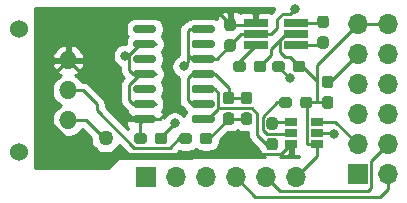
<source format=gbr>
%TF.GenerationSoftware,KiCad,Pcbnew,5.1.6-c6e7f7d~86~ubuntu18.04.1*%
%TF.CreationDate,2021-01-06T00:21:07-08:00*%
%TF.ProjectId,pmod_spdif,706d6f64-5f73-4706-9469-662e6b696361,rev?*%
%TF.SameCoordinates,Original*%
%TF.FileFunction,Copper,L1,Top*%
%TF.FilePolarity,Positive*%
%FSLAX46Y46*%
G04 Gerber Fmt 4.6, Leading zero omitted, Abs format (unit mm)*
G04 Created by KiCad (PCBNEW 5.1.6-c6e7f7d~86~ubuntu18.04.1) date 2021-01-06 00:21:07*
%MOMM*%
%LPD*%
G01*
G04 APERTURE LIST*
%TA.AperFunction,ComponentPad*%
%ADD10O,1.524000X1.524000*%
%TD*%
%TA.AperFunction,ComponentPad*%
%ADD11C,1.524000*%
%TD*%
%TA.AperFunction,SMDPad,CuDef*%
%ADD12R,2.000000X0.650000*%
%TD*%
%TA.AperFunction,ComponentPad*%
%ADD13O,1.700000X1.700000*%
%TD*%
%TA.AperFunction,ComponentPad*%
%ADD14R,1.700000X1.700000*%
%TD*%
%TA.AperFunction,SMDPad,CuDef*%
%ADD15R,1.060000X0.650000*%
%TD*%
%TA.AperFunction,ViaPad*%
%ADD16C,1.270000*%
%TD*%
%TA.AperFunction,ViaPad*%
%ADD17C,0.800000*%
%TD*%
%TA.AperFunction,Conductor*%
%ADD18C,0.250000*%
%TD*%
%TA.AperFunction,Conductor*%
%ADD19C,0.254000*%
%TD*%
G04 APERTURE END LIST*
%TO.P,C6,2*%
%TO.N,+3V3*%
%TA.AperFunction,SMDPad,CuDef*%
G36*
G01*
X158893500Y-60943000D02*
X159368500Y-60943000D01*
G75*
G02*
X159606000Y-61180500I0J-237500D01*
G01*
X159606000Y-61755500D01*
G75*
G02*
X159368500Y-61993000I-237500J0D01*
G01*
X158893500Y-61993000D01*
G75*
G02*
X158656000Y-61755500I0J237500D01*
G01*
X158656000Y-61180500D01*
G75*
G02*
X158893500Y-60943000I237500J0D01*
G01*
G37*
%TD.AperFunction*%
%TO.P,C6,1*%
%TO.N,GND*%
%TA.AperFunction,SMDPad,CuDef*%
G36*
G01*
X158893500Y-59193000D02*
X159368500Y-59193000D01*
G75*
G02*
X159606000Y-59430500I0J-237500D01*
G01*
X159606000Y-60005500D01*
G75*
G02*
X159368500Y-60243000I-237500J0D01*
G01*
X158893500Y-60243000D01*
G75*
G02*
X158656000Y-60005500I0J237500D01*
G01*
X158656000Y-59430500D01*
G75*
G02*
X158893500Y-59193000I237500J0D01*
G01*
G37*
%TD.AperFunction*%
%TD*%
D10*
%TO.P,U3,3*%
%TO.N,+5V*%
X137160000Y-57912000D03*
%TO.P,U3,2*%
%TO.N,Net-(R3-Pad1)*%
X137160000Y-60452000D03*
D11*
%TO.P,U3,5*%
%TO.N,N/C*%
X132980000Y-55252000D03*
%TO.P,U3,4*%
X132980000Y-65652000D03*
D10*
%TO.P,U3,1*%
X137160000Y-62992000D03*
%TD*%
D12*
%TO.P,U2,6*%
%TO.N,Net-(C3-Pad1)*%
X156464000Y-54742000D03*
%TO.P,U2,5*%
%TO.N,+3V3*%
X156464000Y-55692000D03*
%TO.P,U2,4*%
%TO.N,Net-(C3-Pad2)*%
X156464000Y-56642000D03*
%TO.P,U2,3*%
%TO.N,Net-(R1-Pad2)*%
X153044000Y-56642000D03*
%TO.P,U2,2*%
%TO.N,GND*%
X153044000Y-55692000D03*
%TO.P,U2,1*%
%TO.N,+5V*%
X153044000Y-54742000D03*
%TD*%
D13*
%TO.P,J2,6*%
%TO.N,+3V3*%
X156464000Y-67818000D03*
%TO.P,J2,5*%
%TO.N,/I2S_BCLK*%
X153924000Y-67818000D03*
%TO.P,J2,4*%
%TO.N,/I2S_MCLK*%
X151384000Y-67818000D03*
%TO.P,J2,3*%
%TO.N,/I2S_WS*%
X148844000Y-67818000D03*
%TO.P,J2,2*%
%TO.N,/I2S_SDO*%
X146304000Y-67818000D03*
D14*
%TO.P,J2,1*%
%TO.N,GND*%
X143764000Y-67818000D03*
%TD*%
D15*
%TO.P,U4,5*%
%TO.N,Net-(R4-Pad1)*%
X156042000Y-64074000D03*
%TO.P,U4,6*%
%TO.N,+5V*%
X156042000Y-65024000D03*
%TO.P,U4,4*%
%TO.N,/SPDIF5V*%
X156042000Y-63124000D03*
%TO.P,U4,3*%
%TO.N,/SPDIF*%
X158242000Y-63124000D03*
%TO.P,U4,2*%
%TO.N,GND*%
X158242000Y-64074000D03*
%TO.P,U4,1*%
%TO.N,+3V3*%
X158242000Y-65024000D03*
%TD*%
%TO.P,R5,2*%
%TO.N,/SPDIF5V*%
%TA.AperFunction,SMDPad,CuDef*%
G36*
G01*
X154669500Y-63771000D02*
X154194500Y-63771000D01*
G75*
G02*
X153957000Y-63533500I0J237500D01*
G01*
X153957000Y-62958500D01*
G75*
G02*
X154194500Y-62721000I237500J0D01*
G01*
X154669500Y-62721000D01*
G75*
G02*
X154907000Y-62958500I0J-237500D01*
G01*
X154907000Y-63533500D01*
G75*
G02*
X154669500Y-63771000I-237500J0D01*
G01*
G37*
%TD.AperFunction*%
%TO.P,R5,1*%
%TO.N,Net-(R5-Pad1)*%
%TA.AperFunction,SMDPad,CuDef*%
G36*
G01*
X154669500Y-65521000D02*
X154194500Y-65521000D01*
G75*
G02*
X153957000Y-65283500I0J237500D01*
G01*
X153957000Y-64708500D01*
G75*
G02*
X154194500Y-64471000I237500J0D01*
G01*
X154669500Y-64471000D01*
G75*
G02*
X154907000Y-64708500I0J-237500D01*
G01*
X154907000Y-65283500D01*
G75*
G02*
X154669500Y-65521000I-237500J0D01*
G01*
G37*
%TD.AperFunction*%
%TD*%
%TO.P,R4,2*%
%TO.N,+3V3*%
%TA.AperFunction,SMDPad,CuDef*%
G36*
G01*
X156800000Y-61705500D02*
X156800000Y-61230500D01*
G75*
G02*
X157037500Y-60993000I237500J0D01*
G01*
X157612500Y-60993000D01*
G75*
G02*
X157850000Y-61230500I0J-237500D01*
G01*
X157850000Y-61705500D01*
G75*
G02*
X157612500Y-61943000I-237500J0D01*
G01*
X157037500Y-61943000D01*
G75*
G02*
X156800000Y-61705500I0J237500D01*
G01*
G37*
%TD.AperFunction*%
%TO.P,R4,1*%
%TO.N,Net-(R4-Pad1)*%
%TA.AperFunction,SMDPad,CuDef*%
G36*
G01*
X155050000Y-61705500D02*
X155050000Y-61230500D01*
G75*
G02*
X155287500Y-60993000I237500J0D01*
G01*
X155862500Y-60993000D01*
G75*
G02*
X156100000Y-61230500I0J-237500D01*
G01*
X156100000Y-61705500D01*
G75*
G02*
X155862500Y-61943000I-237500J0D01*
G01*
X155287500Y-61943000D01*
G75*
G02*
X155050000Y-61705500I0J237500D01*
G01*
G37*
%TD.AperFunction*%
%TD*%
D13*
%TO.P,J1,12*%
%TO.N,+3V3*%
X164211000Y-54864000D03*
%TO.P,J1,6*%
X161671000Y-54864000D03*
%TO.P,J1,11*%
%TO.N,GND*%
X164211000Y-57404000D03*
%TO.P,J1,5*%
X161671000Y-57404000D03*
%TO.P,J1,10*%
%TO.N,/I2S_SDO*%
X164211000Y-59944000D03*
%TO.P,J1,4*%
%TO.N,N/C*%
X161671000Y-59944000D03*
%TO.P,J1,9*%
%TO.N,/I2S_WS*%
X164211000Y-62484000D03*
%TO.P,J1,3*%
%TO.N,N/C*%
X161671000Y-62484000D03*
%TO.P,J1,8*%
%TO.N,/I2S_BCLK*%
X164211000Y-65024000D03*
%TO.P,J1,2*%
%TO.N,/SPDIF*%
X161671000Y-65024000D03*
%TO.P,J1,7*%
%TO.N,/I2S_MCLK*%
X164211000Y-67564000D03*
D14*
%TO.P,J1,1*%
%TO.N,N/C*%
X161671000Y-67564000D03*
%TD*%
%TO.P,C5,2*%
%TO.N,GND*%
%TA.AperFunction,SMDPad,CuDef*%
G36*
G01*
X144509000Y-64753500D02*
X144509000Y-64278500D01*
G75*
G02*
X144746500Y-64041000I237500J0D01*
G01*
X145321500Y-64041000D01*
G75*
G02*
X145559000Y-64278500I0J-237500D01*
G01*
X145559000Y-64753500D01*
G75*
G02*
X145321500Y-64991000I-237500J0D01*
G01*
X144746500Y-64991000D01*
G75*
G02*
X144509000Y-64753500I0J237500D01*
G01*
G37*
%TD.AperFunction*%
%TO.P,C5,1*%
%TO.N,+5V*%
%TA.AperFunction,SMDPad,CuDef*%
G36*
G01*
X142759000Y-64753500D02*
X142759000Y-64278500D01*
G75*
G02*
X142996500Y-64041000I237500J0D01*
G01*
X143571500Y-64041000D01*
G75*
G02*
X143809000Y-64278500I0J-237500D01*
G01*
X143809000Y-64753500D01*
G75*
G02*
X143571500Y-64991000I-237500J0D01*
G01*
X142996500Y-64991000D01*
G75*
G02*
X142759000Y-64753500I0J237500D01*
G01*
G37*
%TD.AperFunction*%
%TD*%
%TO.P,U1,14*%
%TO.N,+5V*%
%TA.AperFunction,SMDPad,CuDef*%
G36*
G01*
X144615000Y-62715000D02*
X144615000Y-63015000D01*
G75*
G02*
X144465000Y-63165000I-150000J0D01*
G01*
X142815000Y-63165000D01*
G75*
G02*
X142665000Y-63015000I0J150000D01*
G01*
X142665000Y-62715000D01*
G75*
G02*
X142815000Y-62565000I150000J0D01*
G01*
X144465000Y-62565000D01*
G75*
G02*
X144615000Y-62715000I0J-150000D01*
G01*
G37*
%TD.AperFunction*%
%TO.P,U1,13*%
%TO.N,GND*%
%TA.AperFunction,SMDPad,CuDef*%
G36*
G01*
X144615000Y-61445000D02*
X144615000Y-61745000D01*
G75*
G02*
X144465000Y-61895000I-150000J0D01*
G01*
X142815000Y-61895000D01*
G75*
G02*
X142665000Y-61745000I0J150000D01*
G01*
X142665000Y-61445000D01*
G75*
G02*
X142815000Y-61295000I150000J0D01*
G01*
X144465000Y-61295000D01*
G75*
G02*
X144615000Y-61445000I0J-150000D01*
G01*
G37*
%TD.AperFunction*%
%TO.P,U1,12*%
%TO.N,N/C*%
%TA.AperFunction,SMDPad,CuDef*%
G36*
G01*
X144615000Y-60175000D02*
X144615000Y-60475000D01*
G75*
G02*
X144465000Y-60625000I-150000J0D01*
G01*
X142815000Y-60625000D01*
G75*
G02*
X142665000Y-60475000I0J150000D01*
G01*
X142665000Y-60175000D01*
G75*
G02*
X142815000Y-60025000I150000J0D01*
G01*
X144465000Y-60025000D01*
G75*
G02*
X144615000Y-60175000I0J-150000D01*
G01*
G37*
%TD.AperFunction*%
%TO.P,U1,11*%
%TO.N,GND*%
%TA.AperFunction,SMDPad,CuDef*%
G36*
G01*
X144615000Y-58905000D02*
X144615000Y-59205000D01*
G75*
G02*
X144465000Y-59355000I-150000J0D01*
G01*
X142815000Y-59355000D01*
G75*
G02*
X142665000Y-59205000I0J150000D01*
G01*
X142665000Y-58905000D01*
G75*
G02*
X142815000Y-58755000I150000J0D01*
G01*
X144465000Y-58755000D01*
G75*
G02*
X144615000Y-58905000I0J-150000D01*
G01*
G37*
%TD.AperFunction*%
%TO.P,U1,10*%
%TO.N,N/C*%
%TA.AperFunction,SMDPad,CuDef*%
G36*
G01*
X144615000Y-57635000D02*
X144615000Y-57935000D01*
G75*
G02*
X144465000Y-58085000I-150000J0D01*
G01*
X142815000Y-58085000D01*
G75*
G02*
X142665000Y-57935000I0J150000D01*
G01*
X142665000Y-57635000D01*
G75*
G02*
X142815000Y-57485000I150000J0D01*
G01*
X144465000Y-57485000D01*
G75*
G02*
X144615000Y-57635000I0J-150000D01*
G01*
G37*
%TD.AperFunction*%
%TO.P,U1,9*%
%TO.N,GND*%
%TA.AperFunction,SMDPad,CuDef*%
G36*
G01*
X144615000Y-56365000D02*
X144615000Y-56665000D01*
G75*
G02*
X144465000Y-56815000I-150000J0D01*
G01*
X142815000Y-56815000D01*
G75*
G02*
X142665000Y-56665000I0J150000D01*
G01*
X142665000Y-56365000D01*
G75*
G02*
X142815000Y-56215000I150000J0D01*
G01*
X144465000Y-56215000D01*
G75*
G02*
X144615000Y-56365000I0J-150000D01*
G01*
G37*
%TD.AperFunction*%
%TO.P,U1,8*%
%TO.N,N/C*%
%TA.AperFunction,SMDPad,CuDef*%
G36*
G01*
X144615000Y-55095000D02*
X144615000Y-55395000D01*
G75*
G02*
X144465000Y-55545000I-150000J0D01*
G01*
X142815000Y-55545000D01*
G75*
G02*
X142665000Y-55395000I0J150000D01*
G01*
X142665000Y-55095000D01*
G75*
G02*
X142815000Y-54945000I150000J0D01*
G01*
X144465000Y-54945000D01*
G75*
G02*
X144615000Y-55095000I0J-150000D01*
G01*
G37*
%TD.AperFunction*%
%TO.P,U1,7*%
%TO.N,GND*%
%TA.AperFunction,SMDPad,CuDef*%
G36*
G01*
X149565000Y-55095000D02*
X149565000Y-55395000D01*
G75*
G02*
X149415000Y-55545000I-150000J0D01*
G01*
X147765000Y-55545000D01*
G75*
G02*
X147615000Y-55395000I0J150000D01*
G01*
X147615000Y-55095000D01*
G75*
G02*
X147765000Y-54945000I150000J0D01*
G01*
X149415000Y-54945000D01*
G75*
G02*
X149565000Y-55095000I0J-150000D01*
G01*
G37*
%TD.AperFunction*%
%TO.P,U1,6*%
%TO.N,N/C*%
%TA.AperFunction,SMDPad,CuDef*%
G36*
G01*
X149565000Y-56365000D02*
X149565000Y-56665000D01*
G75*
G02*
X149415000Y-56815000I-150000J0D01*
G01*
X147765000Y-56815000D01*
G75*
G02*
X147615000Y-56665000I0J150000D01*
G01*
X147615000Y-56365000D01*
G75*
G02*
X147765000Y-56215000I150000J0D01*
G01*
X149415000Y-56215000D01*
G75*
G02*
X149565000Y-56365000I0J-150000D01*
G01*
G37*
%TD.AperFunction*%
%TO.P,U1,5*%
%TO.N,GND*%
%TA.AperFunction,SMDPad,CuDef*%
G36*
G01*
X149565000Y-57635000D02*
X149565000Y-57935000D01*
G75*
G02*
X149415000Y-58085000I-150000J0D01*
G01*
X147765000Y-58085000D01*
G75*
G02*
X147615000Y-57935000I0J150000D01*
G01*
X147615000Y-57635000D01*
G75*
G02*
X147765000Y-57485000I150000J0D01*
G01*
X149415000Y-57485000D01*
G75*
G02*
X149565000Y-57635000I0J-150000D01*
G01*
G37*
%TD.AperFunction*%
%TO.P,U1,4*%
%TO.N,Net-(C2-Pad1)*%
%TA.AperFunction,SMDPad,CuDef*%
G36*
G01*
X149565000Y-58905000D02*
X149565000Y-59205000D01*
G75*
G02*
X149415000Y-59355000I-150000J0D01*
G01*
X147765000Y-59355000D01*
G75*
G02*
X147615000Y-59205000I0J150000D01*
G01*
X147615000Y-58905000D01*
G75*
G02*
X147765000Y-58755000I150000J0D01*
G01*
X149415000Y-58755000D01*
G75*
G02*
X149565000Y-58905000I0J-150000D01*
G01*
G37*
%TD.AperFunction*%
%TO.P,U1,3*%
%TO.N,Net-(R5-Pad1)*%
%TA.AperFunction,SMDPad,CuDef*%
G36*
G01*
X149565000Y-60175000D02*
X149565000Y-60475000D01*
G75*
G02*
X149415000Y-60625000I-150000J0D01*
G01*
X147765000Y-60625000D01*
G75*
G02*
X147615000Y-60475000I0J150000D01*
G01*
X147615000Y-60175000D01*
G75*
G02*
X147765000Y-60025000I150000J0D01*
G01*
X149415000Y-60025000D01*
G75*
G02*
X149565000Y-60175000I0J-150000D01*
G01*
G37*
%TD.AperFunction*%
%TO.P,U1,2*%
%TO.N,Net-(C2-Pad1)*%
%TA.AperFunction,SMDPad,CuDef*%
G36*
G01*
X149565000Y-61445000D02*
X149565000Y-61745000D01*
G75*
G02*
X149415000Y-61895000I-150000J0D01*
G01*
X147765000Y-61895000D01*
G75*
G02*
X147615000Y-61745000I0J150000D01*
G01*
X147615000Y-61445000D01*
G75*
G02*
X147765000Y-61295000I150000J0D01*
G01*
X149415000Y-61295000D01*
G75*
G02*
X149565000Y-61445000I0J-150000D01*
G01*
G37*
%TD.AperFunction*%
%TO.P,U1,1*%
%TO.N,Net-(R5-Pad1)*%
%TA.AperFunction,SMDPad,CuDef*%
G36*
G01*
X149565000Y-62715000D02*
X149565000Y-63015000D01*
G75*
G02*
X149415000Y-63165000I-150000J0D01*
G01*
X147765000Y-63165000D01*
G75*
G02*
X147615000Y-63015000I0J150000D01*
G01*
X147615000Y-62715000D01*
G75*
G02*
X147765000Y-62565000I150000J0D01*
G01*
X149415000Y-62565000D01*
G75*
G02*
X149565000Y-62715000I0J-150000D01*
G01*
G37*
%TD.AperFunction*%
%TD*%
%TO.P,R3,2*%
%TO.N,Net-(C2-Pad2)*%
%TA.AperFunction,SMDPad,CuDef*%
G36*
G01*
X148319000Y-64753500D02*
X148319000Y-64278500D01*
G75*
G02*
X148556500Y-64041000I237500J0D01*
G01*
X149131500Y-64041000D01*
G75*
G02*
X149369000Y-64278500I0J-237500D01*
G01*
X149369000Y-64753500D01*
G75*
G02*
X149131500Y-64991000I-237500J0D01*
G01*
X148556500Y-64991000D01*
G75*
G02*
X148319000Y-64753500I0J237500D01*
G01*
G37*
%TD.AperFunction*%
%TO.P,R3,1*%
%TO.N,Net-(R3-Pad1)*%
%TA.AperFunction,SMDPad,CuDef*%
G36*
G01*
X146569000Y-64753500D02*
X146569000Y-64278500D01*
G75*
G02*
X146806500Y-64041000I237500J0D01*
G01*
X147381500Y-64041000D01*
G75*
G02*
X147619000Y-64278500I0J-237500D01*
G01*
X147619000Y-64753500D01*
G75*
G02*
X147381500Y-64991000I-237500J0D01*
G01*
X146806500Y-64991000D01*
G75*
G02*
X146569000Y-64753500I0J237500D01*
G01*
G37*
%TD.AperFunction*%
%TD*%
%TO.P,R2,2*%
%TO.N,Net-(C2-Pad1)*%
%TA.AperFunction,SMDPad,CuDef*%
G36*
G01*
X150986500Y-61612000D02*
X150511500Y-61612000D01*
G75*
G02*
X150274000Y-61374500I0J237500D01*
G01*
X150274000Y-60799500D01*
G75*
G02*
X150511500Y-60562000I237500J0D01*
G01*
X150986500Y-60562000D01*
G75*
G02*
X151224000Y-60799500I0J-237500D01*
G01*
X151224000Y-61374500D01*
G75*
G02*
X150986500Y-61612000I-237500J0D01*
G01*
G37*
%TD.AperFunction*%
%TO.P,R2,1*%
%TO.N,Net-(C2-Pad2)*%
%TA.AperFunction,SMDPad,CuDef*%
G36*
G01*
X150986500Y-63362000D02*
X150511500Y-63362000D01*
G75*
G02*
X150274000Y-63124500I0J237500D01*
G01*
X150274000Y-62549500D01*
G75*
G02*
X150511500Y-62312000I237500J0D01*
G01*
X150986500Y-62312000D01*
G75*
G02*
X151224000Y-62549500I0J-237500D01*
G01*
X151224000Y-63124500D01*
G75*
G02*
X150986500Y-63362000I-237500J0D01*
G01*
G37*
%TD.AperFunction*%
%TD*%
%TO.P,R1,2*%
%TO.N,Net-(R1-Pad2)*%
%TA.AperFunction,SMDPad,CuDef*%
G36*
G01*
X152191000Y-58182500D02*
X152191000Y-58657500D01*
G75*
G02*
X151953500Y-58895000I-237500J0D01*
G01*
X151378500Y-58895000D01*
G75*
G02*
X151141000Y-58657500I0J237500D01*
G01*
X151141000Y-58182500D01*
G75*
G02*
X151378500Y-57945000I237500J0D01*
G01*
X151953500Y-57945000D01*
G75*
G02*
X152191000Y-58182500I0J-237500D01*
G01*
G37*
%TD.AperFunction*%
%TO.P,R1,1*%
%TO.N,+3V3*%
%TA.AperFunction,SMDPad,CuDef*%
G36*
G01*
X153941000Y-58182500D02*
X153941000Y-58657500D01*
G75*
G02*
X153703500Y-58895000I-237500J0D01*
G01*
X153128500Y-58895000D01*
G75*
G02*
X152891000Y-58657500I0J237500D01*
G01*
X152891000Y-58182500D01*
G75*
G02*
X153128500Y-57945000I237500J0D01*
G01*
X153703500Y-57945000D01*
G75*
G02*
X153941000Y-58182500I0J-237500D01*
G01*
G37*
%TD.AperFunction*%
%TD*%
%TO.P,C4,2*%
%TO.N,GND*%
%TA.AperFunction,SMDPad,CuDef*%
G36*
G01*
X150638500Y-56117000D02*
X151113500Y-56117000D01*
G75*
G02*
X151351000Y-56354500I0J-237500D01*
G01*
X151351000Y-56929500D01*
G75*
G02*
X151113500Y-57167000I-237500J0D01*
G01*
X150638500Y-57167000D01*
G75*
G02*
X150401000Y-56929500I0J237500D01*
G01*
X150401000Y-56354500D01*
G75*
G02*
X150638500Y-56117000I237500J0D01*
G01*
G37*
%TD.AperFunction*%
%TO.P,C4,1*%
%TO.N,+5V*%
%TA.AperFunction,SMDPad,CuDef*%
G36*
G01*
X150638500Y-54367000D02*
X151113500Y-54367000D01*
G75*
G02*
X151351000Y-54604500I0J-237500D01*
G01*
X151351000Y-55179500D01*
G75*
G02*
X151113500Y-55417000I-237500J0D01*
G01*
X150638500Y-55417000D01*
G75*
G02*
X150401000Y-55179500I0J237500D01*
G01*
X150401000Y-54604500D01*
G75*
G02*
X150638500Y-54367000I237500J0D01*
G01*
G37*
%TD.AperFunction*%
%TD*%
%TO.P,C3,2*%
%TO.N,Net-(C3-Pad2)*%
%TA.AperFunction,SMDPad,CuDef*%
G36*
G01*
X158512500Y-55863000D02*
X158987500Y-55863000D01*
G75*
G02*
X159225000Y-56100500I0J-237500D01*
G01*
X159225000Y-56675500D01*
G75*
G02*
X158987500Y-56913000I-237500J0D01*
G01*
X158512500Y-56913000D01*
G75*
G02*
X158275000Y-56675500I0J237500D01*
G01*
X158275000Y-56100500D01*
G75*
G02*
X158512500Y-55863000I237500J0D01*
G01*
G37*
%TD.AperFunction*%
%TO.P,C3,1*%
%TO.N,Net-(C3-Pad1)*%
%TA.AperFunction,SMDPad,CuDef*%
G36*
G01*
X158512500Y-54113000D02*
X158987500Y-54113000D01*
G75*
G02*
X159225000Y-54350500I0J-237500D01*
G01*
X159225000Y-54925500D01*
G75*
G02*
X158987500Y-55163000I-237500J0D01*
G01*
X158512500Y-55163000D01*
G75*
G02*
X158275000Y-54925500I0J237500D01*
G01*
X158275000Y-54350500D01*
G75*
G02*
X158512500Y-54113000I237500J0D01*
G01*
G37*
%TD.AperFunction*%
%TD*%
%TO.P,C2,2*%
%TO.N,Net-(C2-Pad2)*%
%TA.AperFunction,SMDPad,CuDef*%
G36*
G01*
X152035500Y-62312000D02*
X152510500Y-62312000D01*
G75*
G02*
X152748000Y-62549500I0J-237500D01*
G01*
X152748000Y-63124500D01*
G75*
G02*
X152510500Y-63362000I-237500J0D01*
G01*
X152035500Y-63362000D01*
G75*
G02*
X151798000Y-63124500I0J237500D01*
G01*
X151798000Y-62549500D01*
G75*
G02*
X152035500Y-62312000I237500J0D01*
G01*
G37*
%TD.AperFunction*%
%TO.P,C2,1*%
%TO.N,Net-(C2-Pad1)*%
%TA.AperFunction,SMDPad,CuDef*%
G36*
G01*
X152035500Y-60562000D02*
X152510500Y-60562000D01*
G75*
G02*
X152748000Y-60799500I0J-237500D01*
G01*
X152748000Y-61374500D01*
G75*
G02*
X152510500Y-61612000I-237500J0D01*
G01*
X152035500Y-61612000D01*
G75*
G02*
X151798000Y-61374500I0J237500D01*
G01*
X151798000Y-60799500D01*
G75*
G02*
X152035500Y-60562000I237500J0D01*
G01*
G37*
%TD.AperFunction*%
%TD*%
%TO.P,C1,2*%
%TO.N,GND*%
%TA.AperFunction,SMDPad,CuDef*%
G36*
G01*
X155493000Y-58182500D02*
X155493000Y-58657500D01*
G75*
G02*
X155255500Y-58895000I-237500J0D01*
G01*
X154680500Y-58895000D01*
G75*
G02*
X154443000Y-58657500I0J237500D01*
G01*
X154443000Y-58182500D01*
G75*
G02*
X154680500Y-57945000I237500J0D01*
G01*
X155255500Y-57945000D01*
G75*
G02*
X155493000Y-58182500I0J-237500D01*
G01*
G37*
%TD.AperFunction*%
%TO.P,C1,1*%
%TO.N,+3V3*%
%TA.AperFunction,SMDPad,CuDef*%
G36*
G01*
X157243000Y-58182500D02*
X157243000Y-58657500D01*
G75*
G02*
X157005500Y-58895000I-237500J0D01*
G01*
X156430500Y-58895000D01*
G75*
G02*
X156193000Y-58657500I0J237500D01*
G01*
X156193000Y-58182500D01*
G75*
G02*
X156430500Y-57945000I237500J0D01*
G01*
X157005500Y-57945000D01*
G75*
G02*
X157243000Y-58182500I0J-237500D01*
G01*
G37*
%TD.AperFunction*%
%TD*%
D16*
%TO.N,*%
X140335000Y-64516000D03*
D17*
%TO.N,GND*%
X156337000Y-53594000D03*
X155956000Y-59436000D03*
X159639000Y-64135000D03*
X146177000Y-63246000D03*
X141986000Y-57531000D03*
X146939000Y-58420000D03*
D16*
%TO.N,+5V*%
X139192000Y-65786000D03*
%TD*%
D18*
%TO.N,*%
X137160000Y-62992000D02*
X138684000Y-62992000D01*
X138684000Y-62992000D02*
X140208000Y-64516000D01*
X140208000Y-64516000D02*
X140335000Y-64516000D01*
%TO.N,GND*%
X151826000Y-55692000D02*
X153044000Y-55692000D01*
X150876000Y-56642000D02*
X151826000Y-55692000D01*
X159385000Y-59690000D02*
X161671000Y-57404000D01*
X159385000Y-59718000D02*
X159385000Y-59690000D01*
X150815990Y-56702010D02*
X150876000Y-56642000D01*
X143640000Y-61595000D02*
X144615000Y-61595000D01*
X144615000Y-56515000D02*
X143640000Y-56515000D01*
X143640000Y-59055000D02*
X144615000Y-59055000D01*
X148590000Y-55245000D02*
X147615000Y-55245000D01*
X149733000Y-57785000D02*
X150876000Y-56642000D01*
X148590000Y-57785000D02*
X149733000Y-57785000D01*
X149565000Y-57785000D02*
X148590000Y-57785000D01*
X154874000Y-54421998D02*
X155320998Y-53975000D01*
X155956000Y-53975000D02*
X156337000Y-53594000D01*
X155320998Y-53975000D02*
X155956000Y-53975000D01*
X154361000Y-55692000D02*
X154874000Y-55179000D01*
X153044000Y-55692000D02*
X154361000Y-55692000D01*
X154874000Y-55179000D02*
X154874000Y-54421998D01*
X154968000Y-58448000D02*
X155956000Y-59436000D01*
X154968000Y-58420000D02*
X154968000Y-58448000D01*
X158242000Y-64074000D02*
X159578000Y-64074000D01*
X159578000Y-64074000D02*
X159639000Y-64135000D01*
X145034000Y-64389000D02*
X146177000Y-63246000D01*
X145034000Y-64516000D02*
X145034000Y-64389000D01*
X143263232Y-59055000D02*
X143640000Y-59055000D01*
X142339990Y-59978242D02*
X143263232Y-59055000D01*
X142339990Y-61269990D02*
X142339990Y-59978242D01*
X142665000Y-61595000D02*
X142339990Y-61269990D01*
X143640000Y-61595000D02*
X142665000Y-61595000D01*
X142339990Y-57438242D02*
X143263232Y-56515000D01*
X142339990Y-58729990D02*
X142339990Y-57438242D01*
X142665000Y-59055000D02*
X142339990Y-58729990D01*
X143263232Y-56515000D02*
X143640000Y-56515000D01*
X143640000Y-59055000D02*
X142665000Y-59055000D01*
X142078758Y-57438242D02*
X141986000Y-57531000D01*
X142339990Y-57438242D02*
X142078758Y-57438242D01*
X148590000Y-55245000D02*
X147447000Y-55245000D01*
X147615000Y-57785000D02*
X148590000Y-57785000D01*
X147289990Y-57459990D02*
X147615000Y-57785000D01*
X147447000Y-55245000D02*
X147289990Y-55402010D01*
X147289990Y-58069010D02*
X146939000Y-58420000D01*
X147289990Y-56611990D02*
X147289990Y-58069010D01*
X147289990Y-55402010D02*
X147289990Y-56611990D01*
X147289990Y-56611990D02*
X147289990Y-57459990D01*
%TO.N,+3V3*%
X155586508Y-55692000D02*
X156464000Y-55692000D01*
X154369001Y-57466999D02*
X154369001Y-56909507D01*
X153416000Y-58420000D02*
X154369001Y-57466999D01*
X155138999Y-56139509D02*
X154788254Y-56490254D01*
X154369001Y-56909507D02*
X154788254Y-56490254D01*
X161671000Y-54864000D02*
X164211000Y-54864000D01*
X155138999Y-56139509D02*
X155169254Y-56109254D01*
X155138999Y-57227001D02*
X155138999Y-56139509D01*
X155531988Y-57619990D02*
X155138999Y-57227001D01*
X155917990Y-57619990D02*
X155531988Y-57619990D01*
X155169254Y-56109254D02*
X155586508Y-55692000D01*
X156718000Y-58420000D02*
X155917990Y-57619990D01*
X154788254Y-56490254D02*
X155169254Y-56109254D01*
X158242000Y-66040000D02*
X156464000Y-67818000D01*
X158242000Y-65024000D02*
X158242000Y-66040000D01*
X158242000Y-59690000D02*
X156718000Y-58166000D01*
X158242000Y-61468000D02*
X158242000Y-59690000D01*
X158242000Y-58293000D02*
X158242000Y-59690000D01*
X161671000Y-54864000D02*
X158242000Y-58293000D01*
X157386999Y-64948999D02*
X157386999Y-61529999D01*
X157386999Y-61529999D02*
X157325000Y-61468000D01*
X157462000Y-65024000D02*
X157386999Y-64948999D01*
X158242000Y-65024000D02*
X157462000Y-65024000D01*
X157325000Y-61468000D02*
X158242000Y-61468000D01*
X158242000Y-61468000D02*
X159131000Y-61468000D01*
%TO.N,Net-(C2-Pad2)*%
X148844000Y-64516000D02*
X148971000Y-64516000D01*
X149070000Y-64516000D02*
X150749000Y-62837000D01*
X148844000Y-64516000D02*
X149070000Y-64516000D01*
X152273000Y-62837000D02*
X150749000Y-62837000D01*
%TO.N,Net-(C2-Pad1)*%
X147615000Y-59055000D02*
X148590000Y-59055000D01*
X147289990Y-59380010D02*
X147615000Y-59055000D01*
X147289990Y-61269990D02*
X147289990Y-59380010D01*
X147615000Y-61595000D02*
X147289990Y-61269990D01*
X148590000Y-61595000D02*
X147615000Y-61595000D01*
X150749000Y-60239000D02*
X150749000Y-61087000D01*
X149565000Y-59055000D02*
X150749000Y-60239000D01*
X148590000Y-59055000D02*
X149565000Y-59055000D01*
X150749000Y-61087000D02*
X152273000Y-61087000D01*
%TO.N,+5V*%
X152894000Y-54892000D02*
X153044000Y-54742000D01*
X150876000Y-54892000D02*
X152894000Y-54892000D01*
X137160000Y-57912000D02*
X135128000Y-59944000D01*
X155219990Y-65846010D02*
X156042000Y-65024000D01*
X138405248Y-65846010D02*
X155219990Y-65846010D01*
X135128000Y-62568762D02*
X137435119Y-64875881D01*
X135128000Y-59944000D02*
X135128000Y-62568762D01*
X137435119Y-64875881D02*
X138405248Y-65846010D01*
X150876000Y-54864000D02*
X149860000Y-53848000D01*
X150876000Y-54892000D02*
X150876000Y-54864000D01*
X149968990Y-53956990D02*
X149860000Y-53848000D01*
X143284000Y-63221000D02*
X143640000Y-62865000D01*
X143284000Y-64516000D02*
X143284000Y-63221000D01*
X141817500Y-62017500D02*
X140843000Y-61087000D01*
X142665000Y-62865000D02*
X141817500Y-62017500D01*
X143640000Y-62865000D02*
X142665000Y-62865000D01*
X149606000Y-53594000D02*
X149860000Y-53848000D01*
X140716000Y-55372000D02*
X142494000Y-53594000D01*
X140716000Y-58801000D02*
X140716000Y-55372000D01*
X139192000Y-58757000D02*
X140716000Y-58801000D01*
X138005000Y-58757000D02*
X139192000Y-58757000D01*
X137160000Y-57912000D02*
X138005000Y-58757000D01*
X145796000Y-59818232D02*
X145796000Y-53594000D01*
X145288000Y-60326232D02*
X145796000Y-59818232D01*
X145288000Y-62484000D02*
X145288000Y-60326232D01*
X143640000Y-62865000D02*
X144907000Y-62865000D01*
X144907000Y-62865000D02*
X145288000Y-62484000D01*
X145796000Y-53594000D02*
X149606000Y-53594000D01*
X142494000Y-53594000D02*
X145796000Y-53594000D01*
%TO.N,Net-(R4-Pad1)*%
X153631990Y-62725500D02*
X154889490Y-61468000D01*
X153631990Y-63766500D02*
X153631990Y-62725500D01*
X153961500Y-64096010D02*
X153631990Y-63766500D01*
X156019990Y-64096010D02*
X153961500Y-64096010D01*
X156042000Y-64074000D02*
X156019990Y-64096010D01*
X154889490Y-61468000D02*
X155956000Y-61468000D01*
%TO.N,/I2S_BCLK*%
X162527001Y-68993001D02*
X155099001Y-68993001D01*
X162846001Y-68674001D02*
X162527001Y-68993001D01*
X155099001Y-68993001D02*
X153924000Y-67818000D01*
X162846001Y-66388999D02*
X162846001Y-68674001D01*
X164211000Y-65024000D02*
X162846001Y-66388999D01*
%TO.N,/I2S_MCLK*%
X153009012Y-69443012D02*
X151702205Y-68136205D01*
X163534069Y-69443012D02*
X153009012Y-69443012D01*
X164211000Y-68766081D02*
X163534069Y-69443012D01*
X164211000Y-67564000D02*
X164211000Y-68766081D01*
%TO.N,/SPDIF*%
X161671000Y-65024000D02*
X159771000Y-63124000D01*
X159771000Y-63124000D02*
X158242000Y-63124000D01*
%TO.N,Net-(R5-Pad1)*%
X153957000Y-64996000D02*
X153181979Y-64220979D01*
X154432000Y-64996000D02*
X153957000Y-64996000D01*
X148966768Y-62865000D02*
X148590000Y-62865000D01*
X149816778Y-62014990D02*
X148966768Y-62865000D01*
X149565000Y-60325000D02*
X148590000Y-60325000D01*
X149890010Y-60650010D02*
X149565000Y-60325000D01*
X149890010Y-61941758D02*
X149890010Y-60650010D01*
X149816778Y-62014990D02*
X149890010Y-61941758D01*
X152698268Y-61941758D02*
X149890010Y-61941758D01*
X153181979Y-62425469D02*
X152698268Y-61941758D01*
X153181979Y-64220979D02*
X153181979Y-62425469D01*
%TO.N,Net-(C3-Pad2)*%
X156464000Y-56642000D02*
X158750000Y-56642000D01*
%TO.N,Net-(C3-Pad1)*%
X158600000Y-54742000D02*
X158750000Y-54892000D01*
X156464000Y-54742000D02*
X158600000Y-54742000D01*
%TO.N,Net-(R1-Pad2)*%
X151666000Y-58020000D02*
X153044000Y-56642000D01*
X151666000Y-58420000D02*
X151666000Y-58020000D01*
%TO.N,Net-(R3-Pad1)*%
X138407490Y-60452000D02*
X137160000Y-60452000D01*
X139573000Y-61617510D02*
X138407490Y-60452000D01*
X139573000Y-62125510D02*
X139573000Y-61617510D01*
X142763500Y-65316010D02*
X139573000Y-62125510D01*
X145785990Y-65316010D02*
X142763500Y-65316010D01*
X146586000Y-64516000D02*
X145785990Y-65316010D01*
X147094000Y-64516000D02*
X146586000Y-64516000D01*
%TO.N,/SPDIF5V*%
X154554000Y-63124000D02*
X154432000Y-63246000D01*
X156042000Y-63124000D02*
X154554000Y-63124000D01*
%TD*%
D19*
%TO.N,+5V*%
G36*
X154559000Y-53662197D02*
G01*
X154362998Y-53858199D01*
X154356142Y-53863825D01*
X154288180Y-53827498D01*
X154168482Y-53791188D01*
X154044000Y-53778928D01*
X153329750Y-53782000D01*
X153171000Y-53940750D01*
X153171000Y-54615000D01*
X153191000Y-54615000D01*
X153191000Y-54728928D01*
X152897000Y-54728928D01*
X152897000Y-54615000D01*
X152917000Y-54615000D01*
X152917000Y-53940750D01*
X152758250Y-53782000D01*
X152044000Y-53778928D01*
X151919518Y-53791188D01*
X151799820Y-53827498D01*
X151736083Y-53861567D01*
X151705494Y-53836463D01*
X151595180Y-53777498D01*
X151475482Y-53741188D01*
X151351000Y-53728928D01*
X151161750Y-53732000D01*
X151003000Y-53890750D01*
X151003000Y-54765000D01*
X151023000Y-54765000D01*
X151023000Y-55019000D01*
X151003000Y-55019000D01*
X151003000Y-55039000D01*
X150749000Y-55039000D01*
X150749000Y-55019000D01*
X150729000Y-55019000D01*
X150729000Y-54765000D01*
X150749000Y-54765000D01*
X150749000Y-53890750D01*
X150590250Y-53732000D01*
X150401000Y-53728928D01*
X150276518Y-53741188D01*
X150156820Y-53777498D01*
X150046506Y-53836463D01*
X149949815Y-53915815D01*
X149870463Y-54012506D01*
X149811498Y-54122820D01*
X149775188Y-54242518D01*
X149762928Y-54367000D01*
X149763247Y-54391859D01*
X149716582Y-54366916D01*
X149568745Y-54322071D01*
X149415000Y-54306928D01*
X147765000Y-54306928D01*
X147611255Y-54322071D01*
X147463418Y-54366916D01*
X147327171Y-54439742D01*
X147235528Y-54514952D01*
X147154753Y-54539454D01*
X147022724Y-54610026D01*
X146906999Y-54704999D01*
X146883196Y-54734003D01*
X146778993Y-54838206D01*
X146749989Y-54862009D01*
X146705832Y-54915815D01*
X146655016Y-54977734D01*
X146636430Y-55012506D01*
X146584444Y-55109764D01*
X146540987Y-55253025D01*
X146529990Y-55364678D01*
X146529990Y-55364688D01*
X146526314Y-55402010D01*
X146529990Y-55439333D01*
X146529991Y-56574648D01*
X146529990Y-56574658D01*
X146529990Y-57422668D01*
X146526314Y-57459990D01*
X146527324Y-57470246D01*
X146448744Y-57502795D01*
X146279226Y-57616063D01*
X146135063Y-57760226D01*
X146021795Y-57929744D01*
X145943774Y-58118102D01*
X145904000Y-58318061D01*
X145904000Y-58521939D01*
X145943774Y-58721898D01*
X146021795Y-58910256D01*
X146135063Y-59079774D01*
X146279226Y-59223937D01*
X146448744Y-59337205D01*
X146527324Y-59369754D01*
X146526314Y-59380010D01*
X146529991Y-59417342D01*
X146529990Y-61232667D01*
X146526314Y-61269990D01*
X146529990Y-61307312D01*
X146529990Y-61307322D01*
X146540987Y-61418975D01*
X146584285Y-61561711D01*
X146584444Y-61562236D01*
X146655016Y-61694266D01*
X146677756Y-61721974D01*
X146749989Y-61809991D01*
X146778993Y-61833794D01*
X147051196Y-62105997D01*
X147074999Y-62135001D01*
X147091350Y-62148420D01*
X147109742Y-62182829D01*
X147148454Y-62230000D01*
X147109742Y-62277171D01*
X147036916Y-62413418D01*
X146992071Y-62561255D01*
X146988497Y-62597540D01*
X146980937Y-62586226D01*
X146836774Y-62442063D01*
X146667256Y-62328795D01*
X146478898Y-62250774D01*
X146278939Y-62211000D01*
X146075061Y-62211000D01*
X145875102Y-62250774D01*
X145686744Y-62328795D01*
X145517226Y-62442063D01*
X145373063Y-62586226D01*
X145259795Y-62755744D01*
X145250000Y-62779391D01*
X145250000Y-62737998D01*
X145091252Y-62737998D01*
X145250000Y-62579250D01*
X145253072Y-62565000D01*
X145240812Y-62440518D01*
X145204502Y-62320820D01*
X145145537Y-62210506D01*
X145121270Y-62180936D01*
X145138650Y-62148420D01*
X145155001Y-62135001D01*
X145249974Y-62019276D01*
X145320546Y-61887247D01*
X145364003Y-61743986D01*
X145378677Y-61595000D01*
X145364003Y-61446014D01*
X145320546Y-61302753D01*
X145249974Y-61170724D01*
X145155001Y-61054999D01*
X145138650Y-61041580D01*
X145120258Y-61007171D01*
X145081546Y-60960000D01*
X145120258Y-60912829D01*
X145193084Y-60776582D01*
X145237929Y-60628745D01*
X145253072Y-60475000D01*
X145253072Y-60175000D01*
X145237929Y-60021255D01*
X145193084Y-59873418D01*
X145120258Y-59737171D01*
X145081546Y-59690000D01*
X145120258Y-59642829D01*
X145138650Y-59608420D01*
X145155001Y-59595001D01*
X145249974Y-59479276D01*
X145320546Y-59347247D01*
X145364003Y-59203986D01*
X145378677Y-59055000D01*
X145364003Y-58906014D01*
X145320546Y-58762753D01*
X145249974Y-58630724D01*
X145155001Y-58514999D01*
X145138650Y-58501580D01*
X145120258Y-58467171D01*
X145081546Y-58420000D01*
X145120258Y-58372829D01*
X145193084Y-58236582D01*
X145237929Y-58088745D01*
X145253072Y-57935000D01*
X145253072Y-57635000D01*
X145237929Y-57481255D01*
X145193084Y-57333418D01*
X145120258Y-57197171D01*
X145081546Y-57150000D01*
X145120258Y-57102829D01*
X145138650Y-57068420D01*
X145155001Y-57055001D01*
X145249974Y-56939276D01*
X145320546Y-56807247D01*
X145364003Y-56663986D01*
X145378677Y-56515000D01*
X145364003Y-56366014D01*
X145320546Y-56222753D01*
X145249974Y-56090724D01*
X145155001Y-55974999D01*
X145138650Y-55961580D01*
X145120258Y-55927171D01*
X145081546Y-55880000D01*
X145120258Y-55832829D01*
X145193084Y-55696582D01*
X145237929Y-55548745D01*
X145253072Y-55395000D01*
X145253072Y-55095000D01*
X145237929Y-54941255D01*
X145193084Y-54793418D01*
X145120258Y-54657171D01*
X145022251Y-54537749D01*
X144902829Y-54439742D01*
X144766582Y-54366916D01*
X144618745Y-54322071D01*
X144465000Y-54306928D01*
X142815000Y-54306928D01*
X142661255Y-54322071D01*
X142513418Y-54366916D01*
X142377171Y-54439742D01*
X142257749Y-54537749D01*
X142159742Y-54657171D01*
X142086916Y-54793418D01*
X142042071Y-54941255D01*
X142026928Y-55095000D01*
X142026928Y-55395000D01*
X142042071Y-55548745D01*
X142086916Y-55696582D01*
X142159742Y-55832829D01*
X142198454Y-55880000D01*
X142159742Y-55927171D01*
X142086916Y-56063418D01*
X142042071Y-56211255D01*
X142026928Y-56365000D01*
X142026928Y-56496000D01*
X141884061Y-56496000D01*
X141684102Y-56535774D01*
X141495744Y-56613795D01*
X141326226Y-56727063D01*
X141182063Y-56871226D01*
X141068795Y-57040744D01*
X140990774Y-57229102D01*
X140951000Y-57429061D01*
X140951000Y-57632939D01*
X140990774Y-57832898D01*
X141068795Y-58021256D01*
X141182063Y-58190774D01*
X141326226Y-58334937D01*
X141495744Y-58448205D01*
X141579990Y-58483101D01*
X141579990Y-58692667D01*
X141576314Y-58729990D01*
X141579990Y-58767312D01*
X141579990Y-58767322D01*
X141590987Y-58878975D01*
X141624059Y-58988001D01*
X141634444Y-59022236D01*
X141705016Y-59154266D01*
X141740090Y-59197003D01*
X141799989Y-59269991D01*
X141828993Y-59293794D01*
X141889315Y-59354116D01*
X141828988Y-59414443D01*
X141799990Y-59438241D01*
X141776192Y-59467239D01*
X141776191Y-59467240D01*
X141705016Y-59553966D01*
X141634444Y-59685996D01*
X141611632Y-59761201D01*
X141590988Y-59829256D01*
X141579991Y-59940909D01*
X141576314Y-59978242D01*
X141579991Y-60015574D01*
X141579990Y-61232667D01*
X141576314Y-61269990D01*
X141579990Y-61307312D01*
X141579990Y-61307322D01*
X141590987Y-61418975D01*
X141634285Y-61561711D01*
X141634444Y-61562236D01*
X141705016Y-61694266D01*
X141727756Y-61721974D01*
X141799989Y-61809991D01*
X141828993Y-61833794D01*
X142101196Y-62105997D01*
X142124999Y-62135001D01*
X142141350Y-62148420D01*
X142158730Y-62180936D01*
X142134463Y-62210506D01*
X142075498Y-62320820D01*
X142039188Y-62440518D01*
X142026928Y-62565000D01*
X142030000Y-62579250D01*
X142188750Y-62738000D01*
X143513000Y-62738000D01*
X143513000Y-62718000D01*
X143767000Y-62718000D01*
X143767000Y-62738000D01*
X143787000Y-62738000D01*
X143787000Y-62992000D01*
X143767000Y-62992000D01*
X143767000Y-63012000D01*
X143513000Y-63012000D01*
X143513000Y-62992000D01*
X142188750Y-62992000D01*
X142030000Y-63150750D01*
X142026928Y-63165000D01*
X142039188Y-63289482D01*
X142075498Y-63409180D01*
X142134463Y-63519494D01*
X142213815Y-63616185D01*
X142257053Y-63651669D01*
X142228463Y-63686506D01*
X142221613Y-63699321D01*
X140333000Y-61810709D01*
X140333000Y-61654832D01*
X140336676Y-61617509D01*
X140333000Y-61580186D01*
X140333000Y-61580177D01*
X140322003Y-61468524D01*
X140278546Y-61325263D01*
X140275206Y-61319014D01*
X140207974Y-61193233D01*
X140136799Y-61106507D01*
X140113001Y-61077509D01*
X140084003Y-61053711D01*
X138971294Y-59941003D01*
X138947491Y-59911999D01*
X138831766Y-59817026D01*
X138699737Y-59746454D01*
X138556476Y-59702997D01*
X138444823Y-59692000D01*
X138444812Y-59692000D01*
X138407490Y-59688324D01*
X138370168Y-59692000D01*
X138332341Y-59692000D01*
X138245120Y-59561465D01*
X138050535Y-59366880D01*
X137821727Y-59213995D01*
X137734832Y-59178002D01*
X137874994Y-59112169D01*
X138095397Y-58949620D01*
X138279853Y-58747196D01*
X138421274Y-58512675D01*
X138514225Y-58255071D01*
X138392470Y-58039000D01*
X137287000Y-58039000D01*
X137287000Y-58059000D01*
X137033000Y-58059000D01*
X137033000Y-58039000D01*
X135927530Y-58039000D01*
X135805775Y-58255071D01*
X135898726Y-58512675D01*
X136040147Y-58747196D01*
X136224603Y-58949620D01*
X136445006Y-59112169D01*
X136585168Y-59178002D01*
X136498273Y-59213995D01*
X136269465Y-59366880D01*
X136074880Y-59561465D01*
X135921995Y-59790273D01*
X135816686Y-60044510D01*
X135763000Y-60314408D01*
X135763000Y-60589592D01*
X135816686Y-60859490D01*
X135921995Y-61113727D01*
X136074880Y-61342535D01*
X136269465Y-61537120D01*
X136498273Y-61690005D01*
X136575515Y-61722000D01*
X136498273Y-61753995D01*
X136269465Y-61906880D01*
X136074880Y-62101465D01*
X135921995Y-62330273D01*
X135816686Y-62584510D01*
X135763000Y-62854408D01*
X135763000Y-63129592D01*
X135816686Y-63399490D01*
X135921995Y-63653727D01*
X136074880Y-63882535D01*
X136269465Y-64077120D01*
X136498273Y-64230005D01*
X136752510Y-64335314D01*
X137022408Y-64389000D01*
X137297592Y-64389000D01*
X137567490Y-64335314D01*
X137821727Y-64230005D01*
X138050535Y-64077120D01*
X138245120Y-63882535D01*
X138332341Y-63752000D01*
X138369199Y-63752000D01*
X139065000Y-64447802D01*
X139065000Y-64641084D01*
X139113805Y-64886445D01*
X139209541Y-65117571D01*
X139348527Y-65325578D01*
X139525422Y-65502473D01*
X139733429Y-65641459D01*
X139964555Y-65737195D01*
X140209916Y-65786000D01*
X140460084Y-65786000D01*
X140705445Y-65737195D01*
X140936571Y-65641459D01*
X141144578Y-65502473D01*
X141321473Y-65325578D01*
X141460459Y-65117571D01*
X141469187Y-65096499D01*
X142199701Y-65827013D01*
X142223499Y-65856011D01*
X142339224Y-65950984D01*
X142471253Y-66021556D01*
X142614514Y-66065013D01*
X142726167Y-66076010D01*
X142726176Y-66076010D01*
X142763499Y-66079686D01*
X142800822Y-66076010D01*
X145748668Y-66076010D01*
X145785990Y-66079686D01*
X145823312Y-66076010D01*
X145823323Y-66076010D01*
X145934976Y-66065013D01*
X146078237Y-66021556D01*
X146210266Y-65950984D01*
X146325991Y-65856011D01*
X146349793Y-65827008D01*
X146581109Y-65595693D01*
X146635684Y-65612248D01*
X146806500Y-65629072D01*
X147381500Y-65629072D01*
X147552316Y-65612248D01*
X147716567Y-65562423D01*
X147867942Y-65481512D01*
X147969000Y-65398575D01*
X148070058Y-65481512D01*
X148221433Y-65562423D01*
X148385684Y-65612248D01*
X148556500Y-65629072D01*
X149131500Y-65629072D01*
X149302316Y-65612248D01*
X149466567Y-65562423D01*
X149617942Y-65481512D01*
X149750623Y-65372623D01*
X149859512Y-65239942D01*
X149940423Y-65088567D01*
X149990248Y-64924316D01*
X150007072Y-64753500D01*
X150007072Y-64653729D01*
X150660730Y-64000072D01*
X150986500Y-64000072D01*
X151157316Y-63983248D01*
X151321567Y-63933423D01*
X151472942Y-63852512D01*
X151511000Y-63821278D01*
X151549058Y-63852512D01*
X151700433Y-63933423D01*
X151864684Y-63983248D01*
X152035500Y-64000072D01*
X152421979Y-64000072D01*
X152421979Y-64183656D01*
X152418303Y-64220979D01*
X152421979Y-64258301D01*
X152421979Y-64258311D01*
X152432976Y-64369964D01*
X152459074Y-64455999D01*
X152476433Y-64513225D01*
X152547005Y-64645255D01*
X152586850Y-64693805D01*
X152641978Y-64760980D01*
X152670981Y-64784782D01*
X153335232Y-65449034D01*
X153335752Y-65454316D01*
X153385577Y-65618567D01*
X153466488Y-65769942D01*
X153575377Y-65902623D01*
X153708058Y-66011512D01*
X153808300Y-66065092D01*
X141476950Y-66167004D01*
X141452195Y-66169649D01*
X141428431Y-66177073D01*
X141406572Y-66188990D01*
X141388197Y-66204197D01*
X140536394Y-67056000D01*
X134366000Y-67056000D01*
X134366000Y-65844893D01*
X134377000Y-65789592D01*
X134377000Y-65514408D01*
X134366000Y-65459107D01*
X134366000Y-57568929D01*
X135805775Y-57568929D01*
X135927530Y-57785000D01*
X137033000Y-57785000D01*
X137033000Y-56680280D01*
X137287000Y-56680280D01*
X137287000Y-57785000D01*
X138392470Y-57785000D01*
X138514225Y-57568929D01*
X138421274Y-57311325D01*
X138279853Y-57076804D01*
X138095397Y-56874380D01*
X137874994Y-56711831D01*
X137627114Y-56595404D01*
X137503070Y-56557780D01*
X137287000Y-56680280D01*
X137033000Y-56680280D01*
X136816930Y-56557780D01*
X136692886Y-56595404D01*
X136445006Y-56711831D01*
X136224603Y-56874380D01*
X136040147Y-57076804D01*
X135898726Y-57311325D01*
X135805775Y-57568929D01*
X134366000Y-57568929D01*
X134366000Y-55444893D01*
X134377000Y-55389592D01*
X134377000Y-55114408D01*
X134366000Y-55059107D01*
X134366000Y-53492000D01*
X154559000Y-53492000D01*
X154559000Y-53662197D01*
G37*
X154559000Y-53662197D02*
X154362998Y-53858199D01*
X154356142Y-53863825D01*
X154288180Y-53827498D01*
X154168482Y-53791188D01*
X154044000Y-53778928D01*
X153329750Y-53782000D01*
X153171000Y-53940750D01*
X153171000Y-54615000D01*
X153191000Y-54615000D01*
X153191000Y-54728928D01*
X152897000Y-54728928D01*
X152897000Y-54615000D01*
X152917000Y-54615000D01*
X152917000Y-53940750D01*
X152758250Y-53782000D01*
X152044000Y-53778928D01*
X151919518Y-53791188D01*
X151799820Y-53827498D01*
X151736083Y-53861567D01*
X151705494Y-53836463D01*
X151595180Y-53777498D01*
X151475482Y-53741188D01*
X151351000Y-53728928D01*
X151161750Y-53732000D01*
X151003000Y-53890750D01*
X151003000Y-54765000D01*
X151023000Y-54765000D01*
X151023000Y-55019000D01*
X151003000Y-55019000D01*
X151003000Y-55039000D01*
X150749000Y-55039000D01*
X150749000Y-55019000D01*
X150729000Y-55019000D01*
X150729000Y-54765000D01*
X150749000Y-54765000D01*
X150749000Y-53890750D01*
X150590250Y-53732000D01*
X150401000Y-53728928D01*
X150276518Y-53741188D01*
X150156820Y-53777498D01*
X150046506Y-53836463D01*
X149949815Y-53915815D01*
X149870463Y-54012506D01*
X149811498Y-54122820D01*
X149775188Y-54242518D01*
X149762928Y-54367000D01*
X149763247Y-54391859D01*
X149716582Y-54366916D01*
X149568745Y-54322071D01*
X149415000Y-54306928D01*
X147765000Y-54306928D01*
X147611255Y-54322071D01*
X147463418Y-54366916D01*
X147327171Y-54439742D01*
X147235528Y-54514952D01*
X147154753Y-54539454D01*
X147022724Y-54610026D01*
X146906999Y-54704999D01*
X146883196Y-54734003D01*
X146778993Y-54838206D01*
X146749989Y-54862009D01*
X146705832Y-54915815D01*
X146655016Y-54977734D01*
X146636430Y-55012506D01*
X146584444Y-55109764D01*
X146540987Y-55253025D01*
X146529990Y-55364678D01*
X146529990Y-55364688D01*
X146526314Y-55402010D01*
X146529990Y-55439333D01*
X146529991Y-56574648D01*
X146529990Y-56574658D01*
X146529990Y-57422668D01*
X146526314Y-57459990D01*
X146527324Y-57470246D01*
X146448744Y-57502795D01*
X146279226Y-57616063D01*
X146135063Y-57760226D01*
X146021795Y-57929744D01*
X145943774Y-58118102D01*
X145904000Y-58318061D01*
X145904000Y-58521939D01*
X145943774Y-58721898D01*
X146021795Y-58910256D01*
X146135063Y-59079774D01*
X146279226Y-59223937D01*
X146448744Y-59337205D01*
X146527324Y-59369754D01*
X146526314Y-59380010D01*
X146529991Y-59417342D01*
X146529990Y-61232667D01*
X146526314Y-61269990D01*
X146529990Y-61307312D01*
X146529990Y-61307322D01*
X146540987Y-61418975D01*
X146584285Y-61561711D01*
X146584444Y-61562236D01*
X146655016Y-61694266D01*
X146677756Y-61721974D01*
X146749989Y-61809991D01*
X146778993Y-61833794D01*
X147051196Y-62105997D01*
X147074999Y-62135001D01*
X147091350Y-62148420D01*
X147109742Y-62182829D01*
X147148454Y-62230000D01*
X147109742Y-62277171D01*
X147036916Y-62413418D01*
X146992071Y-62561255D01*
X146988497Y-62597540D01*
X146980937Y-62586226D01*
X146836774Y-62442063D01*
X146667256Y-62328795D01*
X146478898Y-62250774D01*
X146278939Y-62211000D01*
X146075061Y-62211000D01*
X145875102Y-62250774D01*
X145686744Y-62328795D01*
X145517226Y-62442063D01*
X145373063Y-62586226D01*
X145259795Y-62755744D01*
X145250000Y-62779391D01*
X145250000Y-62737998D01*
X145091252Y-62737998D01*
X145250000Y-62579250D01*
X145253072Y-62565000D01*
X145240812Y-62440518D01*
X145204502Y-62320820D01*
X145145537Y-62210506D01*
X145121270Y-62180936D01*
X145138650Y-62148420D01*
X145155001Y-62135001D01*
X145249974Y-62019276D01*
X145320546Y-61887247D01*
X145364003Y-61743986D01*
X145378677Y-61595000D01*
X145364003Y-61446014D01*
X145320546Y-61302753D01*
X145249974Y-61170724D01*
X145155001Y-61054999D01*
X145138650Y-61041580D01*
X145120258Y-61007171D01*
X145081546Y-60960000D01*
X145120258Y-60912829D01*
X145193084Y-60776582D01*
X145237929Y-60628745D01*
X145253072Y-60475000D01*
X145253072Y-60175000D01*
X145237929Y-60021255D01*
X145193084Y-59873418D01*
X145120258Y-59737171D01*
X145081546Y-59690000D01*
X145120258Y-59642829D01*
X145138650Y-59608420D01*
X145155001Y-59595001D01*
X145249974Y-59479276D01*
X145320546Y-59347247D01*
X145364003Y-59203986D01*
X145378677Y-59055000D01*
X145364003Y-58906014D01*
X145320546Y-58762753D01*
X145249974Y-58630724D01*
X145155001Y-58514999D01*
X145138650Y-58501580D01*
X145120258Y-58467171D01*
X145081546Y-58420000D01*
X145120258Y-58372829D01*
X145193084Y-58236582D01*
X145237929Y-58088745D01*
X145253072Y-57935000D01*
X145253072Y-57635000D01*
X145237929Y-57481255D01*
X145193084Y-57333418D01*
X145120258Y-57197171D01*
X145081546Y-57150000D01*
X145120258Y-57102829D01*
X145138650Y-57068420D01*
X145155001Y-57055001D01*
X145249974Y-56939276D01*
X145320546Y-56807247D01*
X145364003Y-56663986D01*
X145378677Y-56515000D01*
X145364003Y-56366014D01*
X145320546Y-56222753D01*
X145249974Y-56090724D01*
X145155001Y-55974999D01*
X145138650Y-55961580D01*
X145120258Y-55927171D01*
X145081546Y-55880000D01*
X145120258Y-55832829D01*
X145193084Y-55696582D01*
X145237929Y-55548745D01*
X145253072Y-55395000D01*
X145253072Y-55095000D01*
X145237929Y-54941255D01*
X145193084Y-54793418D01*
X145120258Y-54657171D01*
X145022251Y-54537749D01*
X144902829Y-54439742D01*
X144766582Y-54366916D01*
X144618745Y-54322071D01*
X144465000Y-54306928D01*
X142815000Y-54306928D01*
X142661255Y-54322071D01*
X142513418Y-54366916D01*
X142377171Y-54439742D01*
X142257749Y-54537749D01*
X142159742Y-54657171D01*
X142086916Y-54793418D01*
X142042071Y-54941255D01*
X142026928Y-55095000D01*
X142026928Y-55395000D01*
X142042071Y-55548745D01*
X142086916Y-55696582D01*
X142159742Y-55832829D01*
X142198454Y-55880000D01*
X142159742Y-55927171D01*
X142086916Y-56063418D01*
X142042071Y-56211255D01*
X142026928Y-56365000D01*
X142026928Y-56496000D01*
X141884061Y-56496000D01*
X141684102Y-56535774D01*
X141495744Y-56613795D01*
X141326226Y-56727063D01*
X141182063Y-56871226D01*
X141068795Y-57040744D01*
X140990774Y-57229102D01*
X140951000Y-57429061D01*
X140951000Y-57632939D01*
X140990774Y-57832898D01*
X141068795Y-58021256D01*
X141182063Y-58190774D01*
X141326226Y-58334937D01*
X141495744Y-58448205D01*
X141579990Y-58483101D01*
X141579990Y-58692667D01*
X141576314Y-58729990D01*
X141579990Y-58767312D01*
X141579990Y-58767322D01*
X141590987Y-58878975D01*
X141624059Y-58988001D01*
X141634444Y-59022236D01*
X141705016Y-59154266D01*
X141740090Y-59197003D01*
X141799989Y-59269991D01*
X141828993Y-59293794D01*
X141889315Y-59354116D01*
X141828988Y-59414443D01*
X141799990Y-59438241D01*
X141776192Y-59467239D01*
X141776191Y-59467240D01*
X141705016Y-59553966D01*
X141634444Y-59685996D01*
X141611632Y-59761201D01*
X141590988Y-59829256D01*
X141579991Y-59940909D01*
X141576314Y-59978242D01*
X141579991Y-60015574D01*
X141579990Y-61232667D01*
X141576314Y-61269990D01*
X141579990Y-61307312D01*
X141579990Y-61307322D01*
X141590987Y-61418975D01*
X141634285Y-61561711D01*
X141634444Y-61562236D01*
X141705016Y-61694266D01*
X141727756Y-61721974D01*
X141799989Y-61809991D01*
X141828993Y-61833794D01*
X142101196Y-62105997D01*
X142124999Y-62135001D01*
X142141350Y-62148420D01*
X142158730Y-62180936D01*
X142134463Y-62210506D01*
X142075498Y-62320820D01*
X142039188Y-62440518D01*
X142026928Y-62565000D01*
X142030000Y-62579250D01*
X142188750Y-62738000D01*
X143513000Y-62738000D01*
X143513000Y-62718000D01*
X143767000Y-62718000D01*
X143767000Y-62738000D01*
X143787000Y-62738000D01*
X143787000Y-62992000D01*
X143767000Y-62992000D01*
X143767000Y-63012000D01*
X143513000Y-63012000D01*
X143513000Y-62992000D01*
X142188750Y-62992000D01*
X142030000Y-63150750D01*
X142026928Y-63165000D01*
X142039188Y-63289482D01*
X142075498Y-63409180D01*
X142134463Y-63519494D01*
X142213815Y-63616185D01*
X142257053Y-63651669D01*
X142228463Y-63686506D01*
X142221613Y-63699321D01*
X140333000Y-61810709D01*
X140333000Y-61654832D01*
X140336676Y-61617509D01*
X140333000Y-61580186D01*
X140333000Y-61580177D01*
X140322003Y-61468524D01*
X140278546Y-61325263D01*
X140275206Y-61319014D01*
X140207974Y-61193233D01*
X140136799Y-61106507D01*
X140113001Y-61077509D01*
X140084003Y-61053711D01*
X138971294Y-59941003D01*
X138947491Y-59911999D01*
X138831766Y-59817026D01*
X138699737Y-59746454D01*
X138556476Y-59702997D01*
X138444823Y-59692000D01*
X138444812Y-59692000D01*
X138407490Y-59688324D01*
X138370168Y-59692000D01*
X138332341Y-59692000D01*
X138245120Y-59561465D01*
X138050535Y-59366880D01*
X137821727Y-59213995D01*
X137734832Y-59178002D01*
X137874994Y-59112169D01*
X138095397Y-58949620D01*
X138279853Y-58747196D01*
X138421274Y-58512675D01*
X138514225Y-58255071D01*
X138392470Y-58039000D01*
X137287000Y-58039000D01*
X137287000Y-58059000D01*
X137033000Y-58059000D01*
X137033000Y-58039000D01*
X135927530Y-58039000D01*
X135805775Y-58255071D01*
X135898726Y-58512675D01*
X136040147Y-58747196D01*
X136224603Y-58949620D01*
X136445006Y-59112169D01*
X136585168Y-59178002D01*
X136498273Y-59213995D01*
X136269465Y-59366880D01*
X136074880Y-59561465D01*
X135921995Y-59790273D01*
X135816686Y-60044510D01*
X135763000Y-60314408D01*
X135763000Y-60589592D01*
X135816686Y-60859490D01*
X135921995Y-61113727D01*
X136074880Y-61342535D01*
X136269465Y-61537120D01*
X136498273Y-61690005D01*
X136575515Y-61722000D01*
X136498273Y-61753995D01*
X136269465Y-61906880D01*
X136074880Y-62101465D01*
X135921995Y-62330273D01*
X135816686Y-62584510D01*
X135763000Y-62854408D01*
X135763000Y-63129592D01*
X135816686Y-63399490D01*
X135921995Y-63653727D01*
X136074880Y-63882535D01*
X136269465Y-64077120D01*
X136498273Y-64230005D01*
X136752510Y-64335314D01*
X137022408Y-64389000D01*
X137297592Y-64389000D01*
X137567490Y-64335314D01*
X137821727Y-64230005D01*
X138050535Y-64077120D01*
X138245120Y-63882535D01*
X138332341Y-63752000D01*
X138369199Y-63752000D01*
X139065000Y-64447802D01*
X139065000Y-64641084D01*
X139113805Y-64886445D01*
X139209541Y-65117571D01*
X139348527Y-65325578D01*
X139525422Y-65502473D01*
X139733429Y-65641459D01*
X139964555Y-65737195D01*
X140209916Y-65786000D01*
X140460084Y-65786000D01*
X140705445Y-65737195D01*
X140936571Y-65641459D01*
X141144578Y-65502473D01*
X141321473Y-65325578D01*
X141460459Y-65117571D01*
X141469187Y-65096499D01*
X142199701Y-65827013D01*
X142223499Y-65856011D01*
X142339224Y-65950984D01*
X142471253Y-66021556D01*
X142614514Y-66065013D01*
X142726167Y-66076010D01*
X142726176Y-66076010D01*
X142763499Y-66079686D01*
X142800822Y-66076010D01*
X145748668Y-66076010D01*
X145785990Y-66079686D01*
X145823312Y-66076010D01*
X145823323Y-66076010D01*
X145934976Y-66065013D01*
X146078237Y-66021556D01*
X146210266Y-65950984D01*
X146325991Y-65856011D01*
X146349793Y-65827008D01*
X146581109Y-65595693D01*
X146635684Y-65612248D01*
X146806500Y-65629072D01*
X147381500Y-65629072D01*
X147552316Y-65612248D01*
X147716567Y-65562423D01*
X147867942Y-65481512D01*
X147969000Y-65398575D01*
X148070058Y-65481512D01*
X148221433Y-65562423D01*
X148385684Y-65612248D01*
X148556500Y-65629072D01*
X149131500Y-65629072D01*
X149302316Y-65612248D01*
X149466567Y-65562423D01*
X149617942Y-65481512D01*
X149750623Y-65372623D01*
X149859512Y-65239942D01*
X149940423Y-65088567D01*
X149990248Y-64924316D01*
X150007072Y-64753500D01*
X150007072Y-64653729D01*
X150660730Y-64000072D01*
X150986500Y-64000072D01*
X151157316Y-63983248D01*
X151321567Y-63933423D01*
X151472942Y-63852512D01*
X151511000Y-63821278D01*
X151549058Y-63852512D01*
X151700433Y-63933423D01*
X151864684Y-63983248D01*
X152035500Y-64000072D01*
X152421979Y-64000072D01*
X152421979Y-64183656D01*
X152418303Y-64220979D01*
X152421979Y-64258301D01*
X152421979Y-64258311D01*
X152432976Y-64369964D01*
X152459074Y-64455999D01*
X152476433Y-64513225D01*
X152547005Y-64645255D01*
X152586850Y-64693805D01*
X152641978Y-64760980D01*
X152670981Y-64784782D01*
X153335232Y-65449034D01*
X153335752Y-65454316D01*
X153385577Y-65618567D01*
X153466488Y-65769942D01*
X153575377Y-65902623D01*
X153708058Y-66011512D01*
X153808300Y-66065092D01*
X141476950Y-66167004D01*
X141452195Y-66169649D01*
X141428431Y-66177073D01*
X141406572Y-66188990D01*
X141388197Y-66204197D01*
X140536394Y-67056000D01*
X134366000Y-67056000D01*
X134366000Y-65844893D01*
X134377000Y-65789592D01*
X134377000Y-65514408D01*
X134366000Y-65459107D01*
X134366000Y-57568929D01*
X135805775Y-57568929D01*
X135927530Y-57785000D01*
X137033000Y-57785000D01*
X137033000Y-56680280D01*
X137287000Y-56680280D01*
X137287000Y-57785000D01*
X138392470Y-57785000D01*
X138514225Y-57568929D01*
X138421274Y-57311325D01*
X138279853Y-57076804D01*
X138095397Y-56874380D01*
X137874994Y-56711831D01*
X137627114Y-56595404D01*
X137503070Y-56557780D01*
X137287000Y-56680280D01*
X137033000Y-56680280D01*
X136816930Y-56557780D01*
X136692886Y-56595404D01*
X136445006Y-56711831D01*
X136224603Y-56874380D01*
X136040147Y-57076804D01*
X135898726Y-57311325D01*
X135805775Y-57568929D01*
X134366000Y-57568929D01*
X134366000Y-55444893D01*
X134377000Y-55389592D01*
X134377000Y-55114408D01*
X134366000Y-55059107D01*
X134366000Y-53492000D01*
X154559000Y-53492000D01*
X154559000Y-53662197D01*
G36*
X156189000Y-65151000D02*
G01*
X156169000Y-65151000D01*
X156169000Y-65825250D01*
X156327750Y-65984000D01*
X156572000Y-65987072D01*
X156696482Y-65974812D01*
X156718000Y-65968285D01*
X156718000Y-66041045D01*
X155075290Y-66054621D01*
X155155942Y-66011512D01*
X155253943Y-65931084D01*
X155267820Y-65938502D01*
X155387518Y-65974812D01*
X155512000Y-65987072D01*
X155756250Y-65984000D01*
X155915000Y-65825250D01*
X155915000Y-65151000D01*
X155895000Y-65151000D01*
X155895000Y-65037072D01*
X156189000Y-65037072D01*
X156189000Y-65151000D01*
G37*
X156189000Y-65151000D02*
X156169000Y-65151000D01*
X156169000Y-65825250D01*
X156327750Y-65984000D01*
X156572000Y-65987072D01*
X156696482Y-65974812D01*
X156718000Y-65968285D01*
X156718000Y-66041045D01*
X155075290Y-66054621D01*
X155155942Y-66011512D01*
X155253943Y-65931084D01*
X155267820Y-65938502D01*
X155387518Y-65974812D01*
X155512000Y-65987072D01*
X155756250Y-65984000D01*
X155915000Y-65825250D01*
X155915000Y-65151000D01*
X155895000Y-65151000D01*
X155895000Y-65037072D01*
X156189000Y-65037072D01*
X156189000Y-65151000D01*
G36*
X143411000Y-64389000D02*
G01*
X143431000Y-64389000D01*
X143431000Y-64556010D01*
X143137000Y-64556010D01*
X143137000Y-64389000D01*
X143157000Y-64389000D01*
X143157000Y-64369000D01*
X143411000Y-64369000D01*
X143411000Y-64389000D01*
G37*
X143411000Y-64389000D02*
X143431000Y-64389000D01*
X143431000Y-64556010D01*
X143137000Y-64556010D01*
X143137000Y-64389000D01*
X143157000Y-64389000D01*
X143157000Y-64369000D01*
X143411000Y-64369000D01*
X143411000Y-64389000D01*
%TD*%
M02*

</source>
